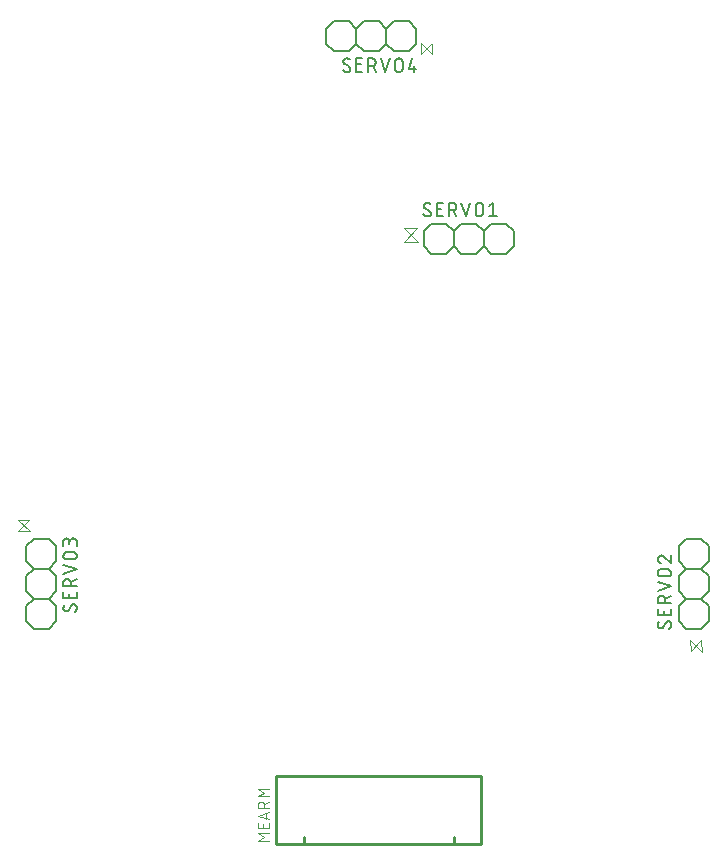
<source format=gbr>
G04 EAGLE Gerber RS-274X export*
G75*
%MOMM*%
%FSLAX34Y34*%
%LPD*%
%INSilkscreen Top*%
%IPPOS*%
%AMOC8*
5,1,8,0,0,1.08239X$1,22.5*%
G01*
%ADD10C,0.101600*%
%ADD11C,0.254000*%
%ADD12C,0.152400*%
%ADD13C,0.127000*%


D10*
X375666Y711454D02*
X366522Y702310D01*
X366522Y711454D01*
X375412Y702056D01*
X375666Y711200D01*
X25146Y307848D02*
X35052Y298196D01*
X24892Y298450D01*
X34544Y307594D01*
X25654Y307594D01*
X352044Y554990D02*
X363220Y543560D01*
X352044Y543560D01*
X362966Y554736D01*
X352298Y554990D01*
X602488Y205740D02*
X594360Y196596D01*
X594106Y206248D01*
X603758Y196342D01*
X603250Y206502D01*
D11*
X417200Y91075D02*
X417200Y33575D01*
X417200Y91075D02*
X243200Y91075D01*
X243200Y33575D01*
X417200Y33575D01*
X267200Y34150D02*
X267200Y39150D01*
X394200Y39150D02*
X394200Y34150D01*
D10*
X237142Y36258D02*
X227998Y36258D01*
X233078Y39306D01*
X227998Y42354D01*
X237142Y42354D01*
X237142Y47149D02*
X237142Y51213D01*
X237142Y47149D02*
X227998Y47149D01*
X227998Y51213D01*
X232062Y50197D02*
X232062Y47149D01*
X237142Y54241D02*
X227998Y57289D01*
X237142Y60337D01*
X234856Y59575D02*
X234856Y55003D01*
X237142Y64264D02*
X227998Y64264D01*
X227998Y66804D01*
X228000Y66904D01*
X228006Y67003D01*
X228016Y67103D01*
X228029Y67201D01*
X228047Y67300D01*
X228068Y67397D01*
X228093Y67493D01*
X228122Y67589D01*
X228155Y67683D01*
X228191Y67776D01*
X228231Y67867D01*
X228275Y67957D01*
X228322Y68045D01*
X228372Y68131D01*
X228426Y68215D01*
X228483Y68297D01*
X228543Y68376D01*
X228607Y68454D01*
X228673Y68528D01*
X228742Y68600D01*
X228814Y68669D01*
X228888Y68735D01*
X228966Y68799D01*
X229045Y68859D01*
X229127Y68916D01*
X229211Y68970D01*
X229297Y69020D01*
X229385Y69067D01*
X229475Y69111D01*
X229566Y69151D01*
X229659Y69187D01*
X229753Y69220D01*
X229849Y69249D01*
X229945Y69274D01*
X230042Y69295D01*
X230141Y69313D01*
X230239Y69326D01*
X230339Y69336D01*
X230438Y69342D01*
X230538Y69344D01*
X230638Y69342D01*
X230737Y69336D01*
X230837Y69326D01*
X230935Y69313D01*
X231034Y69295D01*
X231131Y69274D01*
X231227Y69249D01*
X231323Y69220D01*
X231417Y69187D01*
X231510Y69151D01*
X231601Y69111D01*
X231691Y69067D01*
X231779Y69020D01*
X231865Y68970D01*
X231949Y68916D01*
X232031Y68859D01*
X232110Y68799D01*
X232188Y68735D01*
X232262Y68669D01*
X232334Y68600D01*
X232403Y68528D01*
X232469Y68454D01*
X232533Y68376D01*
X232593Y68297D01*
X232650Y68215D01*
X232704Y68131D01*
X232754Y68045D01*
X232801Y67957D01*
X232845Y67867D01*
X232885Y67776D01*
X232921Y67683D01*
X232954Y67589D01*
X232983Y67493D01*
X233008Y67397D01*
X233029Y67300D01*
X233047Y67201D01*
X233060Y67103D01*
X233070Y67003D01*
X233076Y66904D01*
X233078Y66804D01*
X233078Y64264D01*
X233078Y67312D02*
X237142Y69344D01*
X237142Y73748D02*
X227998Y73748D01*
X233078Y76796D01*
X227998Y79844D01*
X237142Y79844D01*
D12*
X374650Y558800D02*
X387350Y558800D01*
X393700Y552450D01*
X393700Y539750D01*
X387350Y533400D01*
X393700Y552450D02*
X400050Y558800D01*
X412750Y558800D01*
X419100Y552450D01*
X419100Y539750D01*
X412750Y533400D01*
X400050Y533400D01*
X393700Y539750D01*
X368300Y539750D02*
X368300Y552450D01*
X374650Y558800D01*
X368300Y539750D02*
X374650Y533400D01*
X387350Y533400D01*
X419100Y552450D02*
X425450Y558800D01*
X438150Y558800D01*
X444500Y552450D01*
X444500Y539750D01*
X438150Y533400D01*
X425450Y533400D01*
X419100Y539750D01*
D13*
X374523Y567563D02*
X374521Y567463D01*
X374515Y567364D01*
X374505Y567264D01*
X374492Y567166D01*
X374474Y567067D01*
X374453Y566970D01*
X374428Y566874D01*
X374399Y566778D01*
X374366Y566684D01*
X374330Y566591D01*
X374290Y566500D01*
X374246Y566410D01*
X374199Y566322D01*
X374149Y566236D01*
X374095Y566152D01*
X374038Y566070D01*
X373978Y565991D01*
X373914Y565913D01*
X373848Y565839D01*
X373779Y565767D01*
X373707Y565698D01*
X373633Y565632D01*
X373555Y565568D01*
X373476Y565508D01*
X373394Y565451D01*
X373310Y565397D01*
X373224Y565347D01*
X373136Y565300D01*
X373046Y565256D01*
X372955Y565216D01*
X372862Y565180D01*
X372768Y565147D01*
X372672Y565118D01*
X372576Y565093D01*
X372479Y565072D01*
X372380Y565054D01*
X372282Y565041D01*
X372182Y565031D01*
X372083Y565025D01*
X371983Y565023D01*
X371842Y565025D01*
X371701Y565030D01*
X371560Y565040D01*
X371419Y565053D01*
X371279Y565069D01*
X371139Y565090D01*
X371000Y565114D01*
X370861Y565142D01*
X370724Y565173D01*
X370587Y565208D01*
X370451Y565246D01*
X370316Y565288D01*
X370183Y565334D01*
X370050Y565383D01*
X369919Y565436D01*
X369790Y565492D01*
X369661Y565551D01*
X369535Y565614D01*
X369410Y565680D01*
X369287Y565749D01*
X369166Y565822D01*
X369047Y565898D01*
X368929Y565977D01*
X368814Y566058D01*
X368702Y566143D01*
X368591Y566231D01*
X368483Y566322D01*
X368377Y566415D01*
X368274Y566512D01*
X368173Y566611D01*
X368491Y573913D02*
X368493Y574013D01*
X368499Y574112D01*
X368509Y574212D01*
X368522Y574310D01*
X368540Y574409D01*
X368561Y574506D01*
X368586Y574602D01*
X368615Y574698D01*
X368648Y574792D01*
X368684Y574885D01*
X368724Y574976D01*
X368768Y575066D01*
X368815Y575154D01*
X368865Y575240D01*
X368919Y575324D01*
X368976Y575406D01*
X369036Y575485D01*
X369100Y575563D01*
X369166Y575637D01*
X369235Y575709D01*
X369307Y575778D01*
X369381Y575844D01*
X369459Y575908D01*
X369538Y575968D01*
X369620Y576025D01*
X369704Y576079D01*
X369790Y576129D01*
X369878Y576176D01*
X369968Y576220D01*
X370059Y576260D01*
X370152Y576296D01*
X370246Y576329D01*
X370342Y576358D01*
X370438Y576383D01*
X370535Y576404D01*
X370634Y576422D01*
X370732Y576435D01*
X370832Y576445D01*
X370931Y576451D01*
X371031Y576453D01*
X371031Y576454D02*
X371164Y576452D01*
X371297Y576447D01*
X371430Y576437D01*
X371563Y576424D01*
X371695Y576407D01*
X371827Y576387D01*
X371958Y576363D01*
X372088Y576335D01*
X372218Y576304D01*
X372346Y576269D01*
X372474Y576230D01*
X372600Y576188D01*
X372725Y576142D01*
X372849Y576093D01*
X372972Y576041D01*
X373093Y575985D01*
X373212Y575925D01*
X373330Y575863D01*
X373445Y575797D01*
X373559Y575728D01*
X373671Y575655D01*
X373781Y575580D01*
X373889Y575501D01*
X369760Y571690D02*
X369676Y571742D01*
X369593Y571797D01*
X369513Y571856D01*
X369435Y571917D01*
X369360Y571981D01*
X369287Y572049D01*
X369216Y572119D01*
X369149Y572191D01*
X369084Y572266D01*
X369022Y572344D01*
X368963Y572424D01*
X368907Y572506D01*
X368855Y572590D01*
X368806Y572676D01*
X368760Y572764D01*
X368717Y572854D01*
X368678Y572945D01*
X368643Y573038D01*
X368611Y573132D01*
X368583Y573227D01*
X368558Y573323D01*
X368538Y573420D01*
X368520Y573518D01*
X368507Y573616D01*
X368498Y573715D01*
X368492Y573814D01*
X368490Y573913D01*
X373253Y569786D02*
X373337Y569734D01*
X373420Y569679D01*
X373500Y569620D01*
X373578Y569559D01*
X373653Y569495D01*
X373726Y569427D01*
X373797Y569357D01*
X373864Y569285D01*
X373929Y569210D01*
X373991Y569132D01*
X374050Y569052D01*
X374106Y568970D01*
X374158Y568886D01*
X374207Y568800D01*
X374253Y568712D01*
X374296Y568622D01*
X374335Y568531D01*
X374370Y568438D01*
X374402Y568344D01*
X374430Y568249D01*
X374455Y568153D01*
X374475Y568056D01*
X374493Y567958D01*
X374506Y567860D01*
X374515Y567761D01*
X374521Y567662D01*
X374523Y567563D01*
X373253Y569786D02*
X369761Y571691D01*
X379628Y565023D02*
X384708Y565023D01*
X379628Y565023D02*
X379628Y576453D01*
X384708Y576453D01*
X383438Y571373D02*
X379628Y571373D01*
X389592Y576453D02*
X389592Y565023D01*
X389592Y576453D02*
X392767Y576453D01*
X392878Y576451D01*
X392988Y576445D01*
X393099Y576436D01*
X393209Y576422D01*
X393318Y576405D01*
X393427Y576384D01*
X393535Y576359D01*
X393642Y576330D01*
X393748Y576298D01*
X393853Y576262D01*
X393956Y576222D01*
X394058Y576179D01*
X394159Y576132D01*
X394258Y576081D01*
X394355Y576028D01*
X394449Y575971D01*
X394542Y575910D01*
X394633Y575847D01*
X394722Y575780D01*
X394808Y575710D01*
X394891Y575637D01*
X394973Y575562D01*
X395051Y575484D01*
X395126Y575402D01*
X395199Y575319D01*
X395269Y575233D01*
X395336Y575144D01*
X395399Y575053D01*
X395460Y574960D01*
X395517Y574865D01*
X395570Y574769D01*
X395621Y574670D01*
X395668Y574569D01*
X395711Y574467D01*
X395751Y574364D01*
X395787Y574259D01*
X395819Y574153D01*
X395848Y574046D01*
X395873Y573938D01*
X395894Y573829D01*
X395911Y573720D01*
X395925Y573610D01*
X395934Y573499D01*
X395940Y573389D01*
X395942Y573278D01*
X395940Y573167D01*
X395934Y573057D01*
X395925Y572946D01*
X395911Y572836D01*
X395894Y572727D01*
X395873Y572618D01*
X395848Y572510D01*
X395819Y572403D01*
X395787Y572297D01*
X395751Y572192D01*
X395711Y572089D01*
X395668Y571987D01*
X395621Y571886D01*
X395570Y571787D01*
X395517Y571691D01*
X395460Y571596D01*
X395399Y571503D01*
X395336Y571412D01*
X395269Y571323D01*
X395199Y571237D01*
X395126Y571154D01*
X395051Y571072D01*
X394973Y570994D01*
X394891Y570919D01*
X394808Y570846D01*
X394722Y570776D01*
X394633Y570709D01*
X394542Y570646D01*
X394449Y570585D01*
X394355Y570528D01*
X394258Y570475D01*
X394159Y570424D01*
X394058Y570377D01*
X393956Y570334D01*
X393853Y570294D01*
X393748Y570258D01*
X393642Y570226D01*
X393535Y570197D01*
X393427Y570172D01*
X393318Y570151D01*
X393209Y570134D01*
X393099Y570120D01*
X392988Y570111D01*
X392878Y570105D01*
X392767Y570103D01*
X389592Y570103D01*
X393402Y570103D02*
X395942Y565023D01*
X404114Y565023D02*
X400304Y576453D01*
X407924Y576453D02*
X404114Y565023D01*
X412369Y568198D02*
X412369Y573278D01*
X412371Y573389D01*
X412377Y573499D01*
X412386Y573610D01*
X412400Y573720D01*
X412417Y573829D01*
X412438Y573938D01*
X412463Y574046D01*
X412492Y574153D01*
X412524Y574259D01*
X412560Y574364D01*
X412600Y574467D01*
X412643Y574569D01*
X412690Y574670D01*
X412741Y574769D01*
X412794Y574866D01*
X412851Y574960D01*
X412912Y575053D01*
X412975Y575144D01*
X413042Y575233D01*
X413112Y575319D01*
X413185Y575402D01*
X413260Y575484D01*
X413338Y575562D01*
X413420Y575637D01*
X413503Y575710D01*
X413589Y575780D01*
X413678Y575847D01*
X413769Y575910D01*
X413862Y575971D01*
X413957Y576028D01*
X414053Y576081D01*
X414152Y576132D01*
X414253Y576179D01*
X414355Y576222D01*
X414458Y576262D01*
X414563Y576298D01*
X414669Y576330D01*
X414776Y576359D01*
X414884Y576384D01*
X414993Y576405D01*
X415102Y576422D01*
X415212Y576436D01*
X415323Y576445D01*
X415433Y576451D01*
X415544Y576453D01*
X415655Y576451D01*
X415765Y576445D01*
X415876Y576436D01*
X415986Y576422D01*
X416095Y576405D01*
X416204Y576384D01*
X416312Y576359D01*
X416419Y576330D01*
X416525Y576298D01*
X416630Y576262D01*
X416733Y576222D01*
X416835Y576179D01*
X416936Y576132D01*
X417035Y576081D01*
X417132Y576028D01*
X417226Y575971D01*
X417319Y575910D01*
X417410Y575847D01*
X417499Y575780D01*
X417585Y575710D01*
X417668Y575637D01*
X417750Y575562D01*
X417828Y575484D01*
X417903Y575402D01*
X417976Y575319D01*
X418046Y575233D01*
X418113Y575144D01*
X418176Y575053D01*
X418237Y574960D01*
X418294Y574866D01*
X418347Y574769D01*
X418398Y574670D01*
X418445Y574569D01*
X418488Y574467D01*
X418528Y574364D01*
X418564Y574259D01*
X418596Y574153D01*
X418625Y574046D01*
X418650Y573938D01*
X418671Y573829D01*
X418688Y573720D01*
X418702Y573610D01*
X418711Y573499D01*
X418717Y573389D01*
X418719Y573278D01*
X418719Y568198D01*
X418717Y568087D01*
X418711Y567977D01*
X418702Y567866D01*
X418688Y567756D01*
X418671Y567647D01*
X418650Y567538D01*
X418625Y567430D01*
X418596Y567323D01*
X418564Y567217D01*
X418528Y567112D01*
X418488Y567009D01*
X418445Y566907D01*
X418398Y566806D01*
X418347Y566707D01*
X418294Y566611D01*
X418237Y566516D01*
X418176Y566423D01*
X418113Y566332D01*
X418046Y566243D01*
X417976Y566157D01*
X417903Y566074D01*
X417828Y565992D01*
X417750Y565914D01*
X417668Y565839D01*
X417585Y565766D01*
X417499Y565696D01*
X417410Y565629D01*
X417319Y565566D01*
X417226Y565505D01*
X417131Y565448D01*
X417035Y565395D01*
X416936Y565344D01*
X416835Y565297D01*
X416733Y565254D01*
X416630Y565214D01*
X416525Y565178D01*
X416419Y565146D01*
X416312Y565117D01*
X416204Y565092D01*
X416095Y565071D01*
X415986Y565054D01*
X415876Y565040D01*
X415765Y565031D01*
X415655Y565025D01*
X415544Y565023D01*
X415433Y565025D01*
X415323Y565031D01*
X415212Y565040D01*
X415102Y565054D01*
X414993Y565071D01*
X414884Y565092D01*
X414776Y565117D01*
X414669Y565146D01*
X414563Y565178D01*
X414458Y565214D01*
X414355Y565254D01*
X414253Y565297D01*
X414152Y565344D01*
X414053Y565395D01*
X413957Y565448D01*
X413862Y565505D01*
X413769Y565566D01*
X413678Y565629D01*
X413589Y565696D01*
X413503Y565766D01*
X413420Y565839D01*
X413338Y565914D01*
X413260Y565992D01*
X413185Y566074D01*
X413112Y566157D01*
X413042Y566243D01*
X412975Y566332D01*
X412912Y566423D01*
X412851Y566516D01*
X412794Y566611D01*
X412741Y566707D01*
X412690Y566806D01*
X412643Y566907D01*
X412600Y567009D01*
X412560Y567112D01*
X412524Y567217D01*
X412492Y567323D01*
X412463Y567430D01*
X412438Y567538D01*
X412417Y567647D01*
X412400Y567756D01*
X412386Y567866D01*
X412377Y567977D01*
X412371Y568087D01*
X412369Y568198D01*
X423799Y573913D02*
X426974Y576453D01*
X426974Y565023D01*
X423799Y565023D02*
X430149Y565023D01*
D12*
X584200Y234950D02*
X584200Y222250D01*
X584200Y234950D02*
X590550Y241300D01*
X603250Y241300D01*
X609600Y234950D01*
X590550Y241300D02*
X584200Y247650D01*
X584200Y260350D01*
X590550Y266700D01*
X603250Y266700D01*
X609600Y260350D01*
X609600Y247650D01*
X603250Y241300D01*
X603250Y215900D02*
X590550Y215900D01*
X584200Y222250D01*
X603250Y215900D02*
X609600Y222250D01*
X609600Y234950D01*
X590550Y266700D02*
X584200Y273050D01*
X584200Y285750D01*
X590550Y292100D01*
X603250Y292100D01*
X609600Y285750D01*
X609600Y273050D01*
X603250Y266700D01*
D13*
X575437Y222123D02*
X575537Y222121D01*
X575636Y222115D01*
X575736Y222105D01*
X575834Y222092D01*
X575933Y222074D01*
X576030Y222053D01*
X576126Y222028D01*
X576222Y221999D01*
X576316Y221966D01*
X576409Y221930D01*
X576500Y221890D01*
X576590Y221846D01*
X576678Y221799D01*
X576764Y221749D01*
X576848Y221695D01*
X576930Y221638D01*
X577009Y221578D01*
X577087Y221514D01*
X577161Y221448D01*
X577233Y221379D01*
X577302Y221307D01*
X577368Y221233D01*
X577432Y221155D01*
X577492Y221076D01*
X577549Y220994D01*
X577603Y220910D01*
X577653Y220824D01*
X577700Y220736D01*
X577744Y220646D01*
X577784Y220555D01*
X577820Y220462D01*
X577853Y220368D01*
X577882Y220272D01*
X577907Y220176D01*
X577928Y220079D01*
X577946Y219980D01*
X577959Y219882D01*
X577969Y219782D01*
X577975Y219683D01*
X577977Y219583D01*
X577975Y219442D01*
X577970Y219301D01*
X577960Y219160D01*
X577947Y219019D01*
X577931Y218879D01*
X577910Y218739D01*
X577886Y218600D01*
X577858Y218461D01*
X577827Y218324D01*
X577792Y218187D01*
X577754Y218051D01*
X577712Y217916D01*
X577666Y217783D01*
X577617Y217650D01*
X577564Y217519D01*
X577508Y217390D01*
X577449Y217261D01*
X577386Y217135D01*
X577320Y217010D01*
X577251Y216887D01*
X577178Y216766D01*
X577102Y216647D01*
X577023Y216529D01*
X576942Y216414D01*
X576857Y216302D01*
X576769Y216191D01*
X576678Y216083D01*
X576585Y215977D01*
X576488Y215874D01*
X576389Y215773D01*
X569087Y216091D02*
X568987Y216093D01*
X568888Y216099D01*
X568788Y216109D01*
X568690Y216122D01*
X568591Y216140D01*
X568494Y216161D01*
X568398Y216186D01*
X568302Y216215D01*
X568208Y216248D01*
X568115Y216284D01*
X568024Y216324D01*
X567934Y216368D01*
X567846Y216415D01*
X567760Y216465D01*
X567676Y216519D01*
X567594Y216576D01*
X567515Y216636D01*
X567437Y216700D01*
X567363Y216766D01*
X567291Y216835D01*
X567222Y216907D01*
X567156Y216981D01*
X567092Y217059D01*
X567032Y217138D01*
X566975Y217220D01*
X566921Y217304D01*
X566871Y217390D01*
X566824Y217478D01*
X566780Y217568D01*
X566740Y217659D01*
X566704Y217752D01*
X566671Y217846D01*
X566642Y217942D01*
X566617Y218038D01*
X566596Y218135D01*
X566578Y218234D01*
X566565Y218332D01*
X566555Y218432D01*
X566549Y218531D01*
X566547Y218631D01*
X566549Y218764D01*
X566554Y218897D01*
X566564Y219030D01*
X566577Y219163D01*
X566594Y219295D01*
X566614Y219427D01*
X566638Y219558D01*
X566666Y219688D01*
X566697Y219818D01*
X566732Y219946D01*
X566771Y220074D01*
X566813Y220200D01*
X566859Y220325D01*
X566908Y220449D01*
X566960Y220572D01*
X567016Y220693D01*
X567076Y220812D01*
X567138Y220930D01*
X567204Y221045D01*
X567273Y221159D01*
X567346Y221271D01*
X567421Y221381D01*
X567500Y221489D01*
X571310Y217360D02*
X571258Y217276D01*
X571203Y217193D01*
X571144Y217113D01*
X571083Y217035D01*
X571019Y216960D01*
X570951Y216887D01*
X570881Y216816D01*
X570809Y216749D01*
X570734Y216684D01*
X570656Y216622D01*
X570576Y216563D01*
X570494Y216507D01*
X570410Y216455D01*
X570324Y216406D01*
X570236Y216360D01*
X570146Y216317D01*
X570055Y216278D01*
X569962Y216243D01*
X569868Y216211D01*
X569773Y216183D01*
X569677Y216158D01*
X569580Y216138D01*
X569482Y216120D01*
X569384Y216107D01*
X569285Y216098D01*
X569186Y216092D01*
X569087Y216090D01*
X573214Y220853D02*
X573266Y220937D01*
X573321Y221020D01*
X573380Y221100D01*
X573441Y221178D01*
X573505Y221253D01*
X573573Y221326D01*
X573643Y221397D01*
X573715Y221464D01*
X573790Y221529D01*
X573868Y221591D01*
X573948Y221650D01*
X574030Y221706D01*
X574114Y221758D01*
X574200Y221807D01*
X574288Y221853D01*
X574378Y221896D01*
X574469Y221935D01*
X574562Y221970D01*
X574656Y222002D01*
X574751Y222030D01*
X574847Y222055D01*
X574944Y222075D01*
X575042Y222093D01*
X575140Y222106D01*
X575239Y222115D01*
X575338Y222121D01*
X575437Y222123D01*
X573215Y220853D02*
X571310Y217361D01*
X577977Y227228D02*
X577977Y232308D01*
X577977Y227228D02*
X566547Y227228D01*
X566547Y232308D01*
X571627Y231038D02*
X571627Y227228D01*
X566547Y237192D02*
X577977Y237192D01*
X566547Y237192D02*
X566547Y240367D01*
X566549Y240478D01*
X566555Y240588D01*
X566564Y240699D01*
X566578Y240809D01*
X566595Y240918D01*
X566616Y241027D01*
X566641Y241135D01*
X566670Y241242D01*
X566702Y241348D01*
X566738Y241453D01*
X566778Y241556D01*
X566821Y241658D01*
X566868Y241759D01*
X566919Y241858D01*
X566972Y241955D01*
X567029Y242049D01*
X567090Y242142D01*
X567153Y242233D01*
X567220Y242322D01*
X567290Y242408D01*
X567363Y242491D01*
X567438Y242573D01*
X567516Y242651D01*
X567598Y242726D01*
X567681Y242799D01*
X567767Y242869D01*
X567856Y242936D01*
X567947Y242999D01*
X568040Y243060D01*
X568135Y243117D01*
X568231Y243170D01*
X568330Y243221D01*
X568431Y243268D01*
X568533Y243311D01*
X568636Y243351D01*
X568741Y243387D01*
X568847Y243419D01*
X568954Y243448D01*
X569062Y243473D01*
X569171Y243494D01*
X569280Y243511D01*
X569390Y243525D01*
X569501Y243534D01*
X569611Y243540D01*
X569722Y243542D01*
X569833Y243540D01*
X569943Y243534D01*
X570054Y243525D01*
X570164Y243511D01*
X570273Y243494D01*
X570382Y243473D01*
X570490Y243448D01*
X570597Y243419D01*
X570703Y243387D01*
X570808Y243351D01*
X570911Y243311D01*
X571013Y243268D01*
X571114Y243221D01*
X571213Y243170D01*
X571310Y243117D01*
X571404Y243060D01*
X571497Y242999D01*
X571588Y242936D01*
X571677Y242869D01*
X571763Y242799D01*
X571846Y242726D01*
X571928Y242651D01*
X572006Y242573D01*
X572081Y242491D01*
X572154Y242408D01*
X572224Y242322D01*
X572291Y242233D01*
X572354Y242142D01*
X572415Y242049D01*
X572472Y241955D01*
X572525Y241858D01*
X572576Y241759D01*
X572623Y241658D01*
X572666Y241556D01*
X572706Y241453D01*
X572742Y241348D01*
X572774Y241242D01*
X572803Y241135D01*
X572828Y241027D01*
X572849Y240918D01*
X572866Y240809D01*
X572880Y240699D01*
X572889Y240588D01*
X572895Y240478D01*
X572897Y240367D01*
X572897Y237192D01*
X572897Y241002D02*
X577977Y243542D01*
X577977Y251714D02*
X566547Y247904D01*
X566547Y255524D02*
X577977Y251714D01*
X574802Y259969D02*
X569722Y259969D01*
X569611Y259971D01*
X569501Y259977D01*
X569390Y259986D01*
X569280Y260000D01*
X569171Y260017D01*
X569062Y260038D01*
X568954Y260063D01*
X568847Y260092D01*
X568741Y260124D01*
X568636Y260160D01*
X568533Y260200D01*
X568431Y260243D01*
X568330Y260290D01*
X568231Y260341D01*
X568135Y260394D01*
X568040Y260451D01*
X567947Y260512D01*
X567856Y260575D01*
X567767Y260642D01*
X567681Y260712D01*
X567598Y260785D01*
X567516Y260860D01*
X567438Y260938D01*
X567363Y261020D01*
X567290Y261103D01*
X567220Y261189D01*
X567153Y261278D01*
X567090Y261369D01*
X567029Y261462D01*
X566972Y261557D01*
X566919Y261653D01*
X566868Y261752D01*
X566821Y261853D01*
X566778Y261955D01*
X566738Y262058D01*
X566702Y262163D01*
X566670Y262269D01*
X566641Y262376D01*
X566616Y262484D01*
X566595Y262593D01*
X566578Y262702D01*
X566564Y262812D01*
X566555Y262923D01*
X566549Y263033D01*
X566547Y263144D01*
X566549Y263255D01*
X566555Y263365D01*
X566564Y263476D01*
X566578Y263586D01*
X566595Y263695D01*
X566616Y263804D01*
X566641Y263912D01*
X566670Y264019D01*
X566702Y264125D01*
X566738Y264230D01*
X566778Y264333D01*
X566821Y264435D01*
X566868Y264536D01*
X566919Y264635D01*
X566972Y264732D01*
X567029Y264826D01*
X567090Y264919D01*
X567153Y265010D01*
X567220Y265099D01*
X567290Y265185D01*
X567363Y265268D01*
X567438Y265350D01*
X567516Y265428D01*
X567598Y265503D01*
X567681Y265576D01*
X567767Y265646D01*
X567856Y265713D01*
X567947Y265776D01*
X568040Y265837D01*
X568135Y265894D01*
X568231Y265947D01*
X568330Y265998D01*
X568431Y266045D01*
X568533Y266088D01*
X568636Y266128D01*
X568741Y266164D01*
X568847Y266196D01*
X568954Y266225D01*
X569062Y266250D01*
X569171Y266271D01*
X569280Y266288D01*
X569390Y266302D01*
X569501Y266311D01*
X569611Y266317D01*
X569722Y266319D01*
X574802Y266319D01*
X574913Y266317D01*
X575023Y266311D01*
X575134Y266302D01*
X575244Y266288D01*
X575353Y266271D01*
X575462Y266250D01*
X575570Y266225D01*
X575677Y266196D01*
X575783Y266164D01*
X575888Y266128D01*
X575991Y266088D01*
X576093Y266045D01*
X576194Y265998D01*
X576293Y265947D01*
X576390Y265894D01*
X576484Y265837D01*
X576577Y265776D01*
X576668Y265713D01*
X576757Y265646D01*
X576843Y265576D01*
X576926Y265503D01*
X577008Y265428D01*
X577086Y265350D01*
X577161Y265268D01*
X577234Y265185D01*
X577304Y265099D01*
X577371Y265010D01*
X577434Y264919D01*
X577495Y264826D01*
X577552Y264731D01*
X577605Y264635D01*
X577656Y264536D01*
X577703Y264435D01*
X577746Y264333D01*
X577786Y264230D01*
X577822Y264125D01*
X577854Y264019D01*
X577883Y263912D01*
X577908Y263804D01*
X577929Y263695D01*
X577946Y263586D01*
X577960Y263476D01*
X577969Y263365D01*
X577975Y263255D01*
X577977Y263144D01*
X577975Y263033D01*
X577969Y262923D01*
X577960Y262812D01*
X577946Y262702D01*
X577929Y262593D01*
X577908Y262484D01*
X577883Y262376D01*
X577854Y262269D01*
X577822Y262163D01*
X577786Y262058D01*
X577746Y261955D01*
X577703Y261853D01*
X577656Y261752D01*
X577605Y261653D01*
X577552Y261556D01*
X577495Y261462D01*
X577434Y261369D01*
X577371Y261278D01*
X577304Y261189D01*
X577234Y261103D01*
X577161Y261020D01*
X577086Y260938D01*
X577008Y260860D01*
X576926Y260785D01*
X576843Y260712D01*
X576757Y260642D01*
X576668Y260575D01*
X576577Y260512D01*
X576484Y260451D01*
X576390Y260394D01*
X576293Y260341D01*
X576194Y260290D01*
X576093Y260243D01*
X575991Y260200D01*
X575888Y260160D01*
X575783Y260124D01*
X575677Y260092D01*
X575570Y260063D01*
X575462Y260038D01*
X575353Y260017D01*
X575244Y260000D01*
X575134Y259986D01*
X575023Y259977D01*
X574913Y259971D01*
X574802Y259969D01*
X566547Y274891D02*
X566549Y274995D01*
X566555Y275100D01*
X566564Y275204D01*
X566577Y275307D01*
X566595Y275410D01*
X566615Y275512D01*
X566640Y275614D01*
X566668Y275714D01*
X566700Y275814D01*
X566736Y275912D01*
X566775Y276009D01*
X566817Y276104D01*
X566863Y276198D01*
X566913Y276290D01*
X566965Y276380D01*
X567021Y276468D01*
X567081Y276554D01*
X567143Y276638D01*
X567208Y276719D01*
X567276Y276798D01*
X567348Y276875D01*
X567421Y276948D01*
X567498Y277020D01*
X567577Y277088D01*
X567658Y277153D01*
X567742Y277215D01*
X567828Y277275D01*
X567916Y277331D01*
X568006Y277383D01*
X568098Y277433D01*
X568192Y277479D01*
X568287Y277521D01*
X568384Y277560D01*
X568482Y277596D01*
X568582Y277628D01*
X568682Y277656D01*
X568784Y277681D01*
X568886Y277701D01*
X568989Y277719D01*
X569092Y277732D01*
X569196Y277741D01*
X569301Y277747D01*
X569405Y277749D01*
X566547Y274891D02*
X566549Y274773D01*
X566555Y274654D01*
X566564Y274536D01*
X566577Y274419D01*
X566595Y274302D01*
X566615Y274185D01*
X566640Y274069D01*
X566668Y273954D01*
X566701Y273841D01*
X566736Y273728D01*
X566776Y273616D01*
X566818Y273506D01*
X566865Y273397D01*
X566915Y273289D01*
X566968Y273184D01*
X567025Y273080D01*
X567085Y272978D01*
X567148Y272878D01*
X567215Y272780D01*
X567284Y272684D01*
X567357Y272591D01*
X567433Y272500D01*
X567511Y272411D01*
X567593Y272325D01*
X567677Y272242D01*
X567763Y272161D01*
X567853Y272084D01*
X567944Y272009D01*
X568038Y271937D01*
X568135Y271868D01*
X568233Y271803D01*
X568334Y271740D01*
X568437Y271681D01*
X568541Y271625D01*
X568647Y271573D01*
X568755Y271524D01*
X568864Y271479D01*
X568975Y271437D01*
X569087Y271399D01*
X571627Y276797D02*
X571552Y276873D01*
X571473Y276948D01*
X571392Y277019D01*
X571308Y277088D01*
X571222Y277153D01*
X571134Y277215D01*
X571044Y277275D01*
X570952Y277331D01*
X570857Y277384D01*
X570761Y277433D01*
X570663Y277479D01*
X570564Y277522D01*
X570463Y277561D01*
X570361Y277596D01*
X570258Y277628D01*
X570154Y277656D01*
X570049Y277681D01*
X569942Y277702D01*
X569836Y277719D01*
X569729Y277732D01*
X569621Y277741D01*
X569513Y277747D01*
X569405Y277749D01*
X571627Y276796D02*
X577977Y271399D01*
X577977Y277749D01*
D12*
X57150Y273050D02*
X57150Y285750D01*
X57150Y273050D02*
X50800Y266700D01*
X38100Y266700D01*
X31750Y273050D01*
X50800Y266700D02*
X57150Y260350D01*
X57150Y247650D01*
X50800Y241300D01*
X38100Y241300D01*
X31750Y247650D01*
X31750Y260350D01*
X38100Y266700D01*
X38100Y292100D02*
X50800Y292100D01*
X57150Y285750D01*
X38100Y292100D02*
X31750Y285750D01*
X31750Y273050D01*
X50800Y241300D02*
X57150Y234950D01*
X57150Y222250D01*
X50800Y215900D01*
X38100Y215900D01*
X31750Y222250D01*
X31750Y234950D01*
X38100Y241300D01*
D13*
X72263Y236601D02*
X72363Y236599D01*
X72462Y236593D01*
X72562Y236583D01*
X72660Y236570D01*
X72759Y236552D01*
X72856Y236531D01*
X72952Y236506D01*
X73048Y236477D01*
X73142Y236444D01*
X73235Y236408D01*
X73326Y236368D01*
X73416Y236324D01*
X73504Y236277D01*
X73590Y236227D01*
X73674Y236173D01*
X73756Y236116D01*
X73835Y236056D01*
X73913Y235992D01*
X73987Y235926D01*
X74059Y235857D01*
X74128Y235785D01*
X74194Y235711D01*
X74258Y235633D01*
X74318Y235554D01*
X74375Y235472D01*
X74429Y235388D01*
X74479Y235302D01*
X74526Y235214D01*
X74570Y235124D01*
X74610Y235033D01*
X74646Y234940D01*
X74679Y234846D01*
X74708Y234750D01*
X74733Y234654D01*
X74754Y234557D01*
X74772Y234458D01*
X74785Y234360D01*
X74795Y234260D01*
X74801Y234161D01*
X74803Y234061D01*
X74801Y233920D01*
X74796Y233779D01*
X74786Y233638D01*
X74773Y233497D01*
X74757Y233357D01*
X74736Y233217D01*
X74712Y233078D01*
X74684Y232939D01*
X74653Y232802D01*
X74618Y232665D01*
X74580Y232529D01*
X74538Y232394D01*
X74492Y232261D01*
X74443Y232128D01*
X74390Y231997D01*
X74334Y231868D01*
X74275Y231739D01*
X74212Y231613D01*
X74146Y231488D01*
X74077Y231365D01*
X74004Y231244D01*
X73928Y231125D01*
X73849Y231007D01*
X73768Y230892D01*
X73683Y230780D01*
X73595Y230669D01*
X73504Y230561D01*
X73411Y230455D01*
X73314Y230352D01*
X73215Y230251D01*
X65913Y230569D02*
X65813Y230571D01*
X65714Y230577D01*
X65614Y230587D01*
X65516Y230600D01*
X65417Y230618D01*
X65320Y230639D01*
X65224Y230664D01*
X65128Y230693D01*
X65034Y230726D01*
X64941Y230762D01*
X64850Y230802D01*
X64760Y230846D01*
X64672Y230893D01*
X64586Y230943D01*
X64502Y230997D01*
X64420Y231054D01*
X64341Y231114D01*
X64263Y231178D01*
X64189Y231244D01*
X64117Y231313D01*
X64048Y231385D01*
X63982Y231459D01*
X63918Y231537D01*
X63858Y231616D01*
X63801Y231698D01*
X63747Y231782D01*
X63697Y231868D01*
X63650Y231956D01*
X63606Y232046D01*
X63566Y232137D01*
X63530Y232230D01*
X63497Y232324D01*
X63468Y232420D01*
X63443Y232516D01*
X63422Y232613D01*
X63404Y232712D01*
X63391Y232810D01*
X63381Y232910D01*
X63375Y233009D01*
X63373Y233109D01*
X63375Y233242D01*
X63380Y233375D01*
X63390Y233508D01*
X63403Y233641D01*
X63420Y233773D01*
X63440Y233905D01*
X63464Y234036D01*
X63492Y234166D01*
X63523Y234296D01*
X63558Y234424D01*
X63597Y234552D01*
X63639Y234678D01*
X63685Y234803D01*
X63734Y234927D01*
X63786Y235050D01*
X63842Y235171D01*
X63902Y235290D01*
X63964Y235408D01*
X64030Y235523D01*
X64099Y235637D01*
X64172Y235749D01*
X64247Y235859D01*
X64326Y235967D01*
X68136Y231838D02*
X68084Y231754D01*
X68029Y231671D01*
X67970Y231591D01*
X67909Y231513D01*
X67845Y231438D01*
X67777Y231365D01*
X67707Y231294D01*
X67635Y231227D01*
X67560Y231162D01*
X67482Y231100D01*
X67402Y231041D01*
X67320Y230985D01*
X67236Y230933D01*
X67150Y230884D01*
X67062Y230838D01*
X66972Y230795D01*
X66881Y230756D01*
X66788Y230721D01*
X66694Y230689D01*
X66599Y230661D01*
X66503Y230636D01*
X66406Y230616D01*
X66308Y230598D01*
X66210Y230585D01*
X66111Y230576D01*
X66012Y230570D01*
X65913Y230568D01*
X70040Y235331D02*
X70092Y235415D01*
X70147Y235498D01*
X70206Y235578D01*
X70267Y235656D01*
X70331Y235731D01*
X70399Y235804D01*
X70469Y235875D01*
X70541Y235942D01*
X70616Y236007D01*
X70694Y236069D01*
X70774Y236128D01*
X70856Y236184D01*
X70940Y236236D01*
X71026Y236285D01*
X71114Y236331D01*
X71204Y236374D01*
X71295Y236413D01*
X71388Y236448D01*
X71482Y236480D01*
X71577Y236508D01*
X71673Y236533D01*
X71770Y236553D01*
X71868Y236571D01*
X71966Y236584D01*
X72065Y236593D01*
X72164Y236599D01*
X72263Y236601D01*
X70041Y235331D02*
X68136Y231839D01*
X74803Y241706D02*
X74803Y246786D01*
X74803Y241706D02*
X63373Y241706D01*
X63373Y246786D01*
X68453Y245516D02*
X68453Y241706D01*
X63373Y251670D02*
X74803Y251670D01*
X63373Y251670D02*
X63373Y254845D01*
X63375Y254956D01*
X63381Y255066D01*
X63390Y255177D01*
X63404Y255287D01*
X63421Y255396D01*
X63442Y255505D01*
X63467Y255613D01*
X63496Y255720D01*
X63528Y255826D01*
X63564Y255931D01*
X63604Y256034D01*
X63647Y256136D01*
X63694Y256237D01*
X63745Y256336D01*
X63798Y256433D01*
X63855Y256527D01*
X63916Y256620D01*
X63979Y256711D01*
X64046Y256800D01*
X64116Y256886D01*
X64189Y256969D01*
X64264Y257051D01*
X64342Y257129D01*
X64424Y257204D01*
X64507Y257277D01*
X64593Y257347D01*
X64682Y257414D01*
X64773Y257477D01*
X64866Y257538D01*
X64960Y257595D01*
X65057Y257648D01*
X65156Y257699D01*
X65257Y257746D01*
X65359Y257789D01*
X65462Y257829D01*
X65567Y257865D01*
X65673Y257897D01*
X65780Y257926D01*
X65888Y257951D01*
X65997Y257972D01*
X66106Y257989D01*
X66216Y258003D01*
X66327Y258012D01*
X66437Y258018D01*
X66548Y258020D01*
X66659Y258018D01*
X66769Y258012D01*
X66880Y258003D01*
X66990Y257989D01*
X67099Y257972D01*
X67208Y257951D01*
X67316Y257926D01*
X67423Y257897D01*
X67529Y257865D01*
X67634Y257829D01*
X67737Y257789D01*
X67839Y257746D01*
X67940Y257699D01*
X68039Y257648D01*
X68136Y257595D01*
X68230Y257538D01*
X68323Y257477D01*
X68414Y257414D01*
X68503Y257347D01*
X68589Y257277D01*
X68672Y257204D01*
X68754Y257129D01*
X68832Y257051D01*
X68907Y256969D01*
X68980Y256886D01*
X69050Y256800D01*
X69117Y256711D01*
X69180Y256620D01*
X69241Y256527D01*
X69298Y256433D01*
X69351Y256336D01*
X69402Y256237D01*
X69449Y256136D01*
X69492Y256034D01*
X69532Y255931D01*
X69568Y255826D01*
X69600Y255720D01*
X69629Y255613D01*
X69654Y255505D01*
X69675Y255396D01*
X69692Y255287D01*
X69706Y255177D01*
X69715Y255066D01*
X69721Y254956D01*
X69723Y254845D01*
X69723Y251670D01*
X69723Y255480D02*
X74803Y258020D01*
X74803Y266192D02*
X63373Y262382D01*
X63373Y270002D02*
X74803Y266192D01*
X71628Y274447D02*
X66548Y274447D01*
X66437Y274449D01*
X66327Y274455D01*
X66216Y274464D01*
X66106Y274478D01*
X65997Y274495D01*
X65888Y274516D01*
X65780Y274541D01*
X65673Y274570D01*
X65567Y274602D01*
X65462Y274638D01*
X65359Y274678D01*
X65257Y274721D01*
X65156Y274768D01*
X65057Y274819D01*
X64961Y274872D01*
X64866Y274929D01*
X64773Y274990D01*
X64682Y275053D01*
X64593Y275120D01*
X64507Y275190D01*
X64424Y275263D01*
X64342Y275338D01*
X64264Y275416D01*
X64189Y275498D01*
X64116Y275581D01*
X64046Y275667D01*
X63979Y275756D01*
X63916Y275847D01*
X63855Y275940D01*
X63798Y276035D01*
X63745Y276131D01*
X63694Y276230D01*
X63647Y276331D01*
X63604Y276433D01*
X63564Y276536D01*
X63528Y276641D01*
X63496Y276747D01*
X63467Y276854D01*
X63442Y276962D01*
X63421Y277071D01*
X63404Y277180D01*
X63390Y277290D01*
X63381Y277401D01*
X63375Y277511D01*
X63373Y277622D01*
X63375Y277733D01*
X63381Y277843D01*
X63390Y277954D01*
X63404Y278064D01*
X63421Y278173D01*
X63442Y278282D01*
X63467Y278390D01*
X63496Y278497D01*
X63528Y278603D01*
X63564Y278708D01*
X63604Y278811D01*
X63647Y278913D01*
X63694Y279014D01*
X63745Y279113D01*
X63798Y279210D01*
X63855Y279304D01*
X63916Y279397D01*
X63979Y279488D01*
X64046Y279577D01*
X64116Y279663D01*
X64189Y279746D01*
X64264Y279828D01*
X64342Y279906D01*
X64424Y279981D01*
X64507Y280054D01*
X64593Y280124D01*
X64682Y280191D01*
X64773Y280254D01*
X64866Y280315D01*
X64961Y280372D01*
X65057Y280425D01*
X65156Y280476D01*
X65257Y280523D01*
X65359Y280566D01*
X65462Y280606D01*
X65567Y280642D01*
X65673Y280674D01*
X65780Y280703D01*
X65888Y280728D01*
X65997Y280749D01*
X66106Y280766D01*
X66216Y280780D01*
X66327Y280789D01*
X66437Y280795D01*
X66548Y280797D01*
X71628Y280797D01*
X71739Y280795D01*
X71849Y280789D01*
X71960Y280780D01*
X72070Y280766D01*
X72179Y280749D01*
X72288Y280728D01*
X72396Y280703D01*
X72503Y280674D01*
X72609Y280642D01*
X72714Y280606D01*
X72817Y280566D01*
X72919Y280523D01*
X73020Y280476D01*
X73119Y280425D01*
X73216Y280372D01*
X73310Y280315D01*
X73403Y280254D01*
X73494Y280191D01*
X73583Y280124D01*
X73669Y280054D01*
X73752Y279981D01*
X73834Y279906D01*
X73912Y279828D01*
X73987Y279746D01*
X74060Y279663D01*
X74130Y279577D01*
X74197Y279488D01*
X74260Y279397D01*
X74321Y279304D01*
X74378Y279209D01*
X74431Y279113D01*
X74482Y279014D01*
X74529Y278913D01*
X74572Y278811D01*
X74612Y278708D01*
X74648Y278603D01*
X74680Y278497D01*
X74709Y278390D01*
X74734Y278282D01*
X74755Y278173D01*
X74772Y278064D01*
X74786Y277954D01*
X74795Y277843D01*
X74801Y277733D01*
X74803Y277622D01*
X74801Y277511D01*
X74795Y277401D01*
X74786Y277290D01*
X74772Y277180D01*
X74755Y277071D01*
X74734Y276962D01*
X74709Y276854D01*
X74680Y276747D01*
X74648Y276641D01*
X74612Y276536D01*
X74572Y276433D01*
X74529Y276331D01*
X74482Y276230D01*
X74431Y276131D01*
X74378Y276034D01*
X74321Y275940D01*
X74260Y275847D01*
X74197Y275756D01*
X74130Y275667D01*
X74060Y275581D01*
X73987Y275498D01*
X73912Y275416D01*
X73834Y275338D01*
X73752Y275263D01*
X73669Y275190D01*
X73583Y275120D01*
X73494Y275053D01*
X73403Y274990D01*
X73310Y274929D01*
X73215Y274872D01*
X73119Y274819D01*
X73020Y274768D01*
X72919Y274721D01*
X72817Y274678D01*
X72714Y274638D01*
X72609Y274602D01*
X72503Y274570D01*
X72396Y274541D01*
X72288Y274516D01*
X72179Y274495D01*
X72070Y274478D01*
X71960Y274464D01*
X71849Y274455D01*
X71739Y274449D01*
X71628Y274447D01*
X74803Y285877D02*
X74803Y289052D01*
X74801Y289163D01*
X74795Y289273D01*
X74786Y289384D01*
X74772Y289494D01*
X74755Y289603D01*
X74734Y289712D01*
X74709Y289820D01*
X74680Y289927D01*
X74648Y290033D01*
X74612Y290138D01*
X74572Y290241D01*
X74529Y290343D01*
X74482Y290444D01*
X74431Y290543D01*
X74378Y290640D01*
X74321Y290734D01*
X74260Y290827D01*
X74197Y290918D01*
X74130Y291007D01*
X74060Y291093D01*
X73987Y291176D01*
X73912Y291258D01*
X73834Y291336D01*
X73752Y291411D01*
X73669Y291484D01*
X73583Y291554D01*
X73494Y291621D01*
X73403Y291684D01*
X73310Y291745D01*
X73216Y291802D01*
X73119Y291855D01*
X73020Y291906D01*
X72919Y291953D01*
X72817Y291996D01*
X72714Y292036D01*
X72609Y292072D01*
X72503Y292104D01*
X72396Y292133D01*
X72288Y292158D01*
X72179Y292179D01*
X72070Y292196D01*
X71960Y292210D01*
X71849Y292219D01*
X71739Y292225D01*
X71628Y292227D01*
X71517Y292225D01*
X71407Y292219D01*
X71296Y292210D01*
X71186Y292196D01*
X71077Y292179D01*
X70968Y292158D01*
X70860Y292133D01*
X70753Y292104D01*
X70647Y292072D01*
X70542Y292036D01*
X70439Y291996D01*
X70337Y291953D01*
X70236Y291906D01*
X70137Y291855D01*
X70041Y291802D01*
X69946Y291745D01*
X69853Y291684D01*
X69762Y291621D01*
X69673Y291554D01*
X69587Y291484D01*
X69504Y291411D01*
X69422Y291336D01*
X69344Y291258D01*
X69269Y291176D01*
X69196Y291093D01*
X69126Y291007D01*
X69059Y290918D01*
X68996Y290827D01*
X68935Y290734D01*
X68878Y290640D01*
X68825Y290543D01*
X68774Y290444D01*
X68727Y290343D01*
X68684Y290241D01*
X68644Y290138D01*
X68608Y290033D01*
X68576Y289927D01*
X68547Y289820D01*
X68522Y289712D01*
X68501Y289603D01*
X68484Y289494D01*
X68470Y289384D01*
X68461Y289273D01*
X68455Y289163D01*
X68453Y289052D01*
X63373Y289687D02*
X63373Y285877D01*
X63373Y289687D02*
X63375Y289787D01*
X63381Y289886D01*
X63391Y289986D01*
X63404Y290084D01*
X63422Y290183D01*
X63443Y290280D01*
X63468Y290376D01*
X63497Y290472D01*
X63530Y290566D01*
X63566Y290659D01*
X63606Y290750D01*
X63650Y290840D01*
X63697Y290928D01*
X63747Y291014D01*
X63801Y291098D01*
X63858Y291180D01*
X63918Y291259D01*
X63982Y291337D01*
X64048Y291411D01*
X64117Y291483D01*
X64189Y291552D01*
X64263Y291618D01*
X64341Y291682D01*
X64420Y291742D01*
X64502Y291799D01*
X64586Y291853D01*
X64672Y291903D01*
X64760Y291950D01*
X64850Y291994D01*
X64941Y292034D01*
X65034Y292070D01*
X65128Y292103D01*
X65224Y292132D01*
X65320Y292157D01*
X65417Y292178D01*
X65516Y292196D01*
X65614Y292209D01*
X65714Y292219D01*
X65813Y292225D01*
X65913Y292227D01*
X66013Y292225D01*
X66112Y292219D01*
X66212Y292209D01*
X66310Y292196D01*
X66409Y292178D01*
X66506Y292157D01*
X66602Y292132D01*
X66698Y292103D01*
X66792Y292070D01*
X66885Y292034D01*
X66976Y291994D01*
X67066Y291950D01*
X67154Y291903D01*
X67240Y291853D01*
X67324Y291799D01*
X67406Y291742D01*
X67485Y291682D01*
X67563Y291618D01*
X67637Y291552D01*
X67709Y291483D01*
X67778Y291411D01*
X67844Y291337D01*
X67908Y291259D01*
X67968Y291180D01*
X68025Y291098D01*
X68079Y291014D01*
X68129Y290928D01*
X68176Y290840D01*
X68220Y290750D01*
X68260Y290659D01*
X68296Y290566D01*
X68329Y290472D01*
X68358Y290376D01*
X68383Y290280D01*
X68404Y290183D01*
X68422Y290084D01*
X68435Y289986D01*
X68445Y289886D01*
X68451Y289787D01*
X68453Y289687D01*
X68453Y287147D01*
D12*
X342900Y704850D02*
X355600Y704850D01*
X342900Y704850D02*
X336550Y711200D01*
X336550Y723900D01*
X342900Y730250D01*
X336550Y711200D02*
X330200Y704850D01*
X317500Y704850D01*
X311150Y711200D01*
X311150Y723900D01*
X317500Y730250D01*
X330200Y730250D01*
X336550Y723900D01*
X361950Y723900D02*
X361950Y711200D01*
X355600Y704850D01*
X361950Y723900D02*
X355600Y730250D01*
X342900Y730250D01*
X311150Y711200D02*
X304800Y704850D01*
X292100Y704850D01*
X285750Y711200D01*
X285750Y723900D01*
X292100Y730250D01*
X304800Y730250D01*
X311150Y723900D01*
D13*
X306451Y689737D02*
X306449Y689637D01*
X306443Y689538D01*
X306433Y689438D01*
X306420Y689340D01*
X306402Y689241D01*
X306381Y689144D01*
X306356Y689048D01*
X306327Y688952D01*
X306294Y688858D01*
X306258Y688765D01*
X306218Y688674D01*
X306174Y688584D01*
X306127Y688496D01*
X306077Y688410D01*
X306023Y688326D01*
X305966Y688244D01*
X305906Y688165D01*
X305842Y688087D01*
X305776Y688013D01*
X305707Y687941D01*
X305635Y687872D01*
X305561Y687806D01*
X305483Y687742D01*
X305404Y687682D01*
X305322Y687625D01*
X305238Y687571D01*
X305152Y687521D01*
X305064Y687474D01*
X304974Y687430D01*
X304883Y687390D01*
X304790Y687354D01*
X304696Y687321D01*
X304600Y687292D01*
X304504Y687267D01*
X304407Y687246D01*
X304308Y687228D01*
X304210Y687215D01*
X304110Y687205D01*
X304011Y687199D01*
X303911Y687197D01*
X303770Y687199D01*
X303629Y687204D01*
X303488Y687214D01*
X303347Y687227D01*
X303207Y687243D01*
X303067Y687264D01*
X302928Y687288D01*
X302789Y687316D01*
X302652Y687347D01*
X302515Y687382D01*
X302379Y687420D01*
X302244Y687462D01*
X302111Y687508D01*
X301978Y687557D01*
X301847Y687610D01*
X301718Y687666D01*
X301589Y687725D01*
X301463Y687788D01*
X301338Y687854D01*
X301215Y687923D01*
X301094Y687996D01*
X300975Y688072D01*
X300857Y688151D01*
X300742Y688232D01*
X300630Y688317D01*
X300519Y688405D01*
X300411Y688496D01*
X300305Y688589D01*
X300202Y688686D01*
X300101Y688785D01*
X300419Y696087D02*
X300421Y696187D01*
X300427Y696286D01*
X300437Y696386D01*
X300450Y696484D01*
X300468Y696583D01*
X300489Y696680D01*
X300514Y696776D01*
X300543Y696872D01*
X300576Y696966D01*
X300612Y697059D01*
X300652Y697150D01*
X300696Y697240D01*
X300743Y697328D01*
X300793Y697414D01*
X300847Y697498D01*
X300904Y697580D01*
X300964Y697659D01*
X301028Y697737D01*
X301094Y697811D01*
X301163Y697883D01*
X301235Y697952D01*
X301309Y698018D01*
X301387Y698082D01*
X301466Y698142D01*
X301548Y698199D01*
X301632Y698253D01*
X301718Y698303D01*
X301806Y698350D01*
X301896Y698394D01*
X301987Y698434D01*
X302080Y698470D01*
X302174Y698503D01*
X302270Y698532D01*
X302366Y698557D01*
X302463Y698578D01*
X302562Y698596D01*
X302660Y698609D01*
X302760Y698619D01*
X302859Y698625D01*
X302959Y698627D01*
X302959Y698628D02*
X303092Y698626D01*
X303225Y698621D01*
X303358Y698611D01*
X303491Y698598D01*
X303623Y698581D01*
X303755Y698561D01*
X303886Y698537D01*
X304016Y698509D01*
X304146Y698478D01*
X304274Y698443D01*
X304402Y698404D01*
X304528Y698362D01*
X304653Y698316D01*
X304777Y698267D01*
X304900Y698215D01*
X305021Y698159D01*
X305140Y698099D01*
X305258Y698037D01*
X305373Y697971D01*
X305487Y697902D01*
X305599Y697829D01*
X305709Y697754D01*
X305817Y697675D01*
X301688Y693864D02*
X301604Y693916D01*
X301521Y693971D01*
X301441Y694030D01*
X301363Y694091D01*
X301288Y694155D01*
X301215Y694223D01*
X301144Y694293D01*
X301077Y694365D01*
X301012Y694440D01*
X300950Y694518D01*
X300891Y694598D01*
X300835Y694680D01*
X300783Y694764D01*
X300734Y694850D01*
X300688Y694938D01*
X300645Y695028D01*
X300606Y695119D01*
X300571Y695212D01*
X300539Y695306D01*
X300511Y695401D01*
X300486Y695497D01*
X300466Y695594D01*
X300448Y695692D01*
X300435Y695790D01*
X300426Y695889D01*
X300420Y695988D01*
X300418Y696087D01*
X305181Y691960D02*
X305265Y691908D01*
X305348Y691853D01*
X305428Y691794D01*
X305506Y691733D01*
X305581Y691669D01*
X305654Y691601D01*
X305725Y691531D01*
X305792Y691459D01*
X305857Y691384D01*
X305919Y691306D01*
X305978Y691226D01*
X306034Y691144D01*
X306086Y691060D01*
X306135Y690974D01*
X306181Y690886D01*
X306224Y690796D01*
X306263Y690705D01*
X306298Y690612D01*
X306330Y690518D01*
X306358Y690423D01*
X306383Y690327D01*
X306403Y690230D01*
X306421Y690132D01*
X306434Y690034D01*
X306443Y689935D01*
X306449Y689836D01*
X306451Y689737D01*
X305181Y691960D02*
X301689Y693865D01*
X311556Y687197D02*
X316636Y687197D01*
X311556Y687197D02*
X311556Y698627D01*
X316636Y698627D01*
X315366Y693547D02*
X311556Y693547D01*
X321520Y698627D02*
X321520Y687197D01*
X321520Y698627D02*
X324695Y698627D01*
X324806Y698625D01*
X324916Y698619D01*
X325027Y698610D01*
X325137Y698596D01*
X325246Y698579D01*
X325355Y698558D01*
X325463Y698533D01*
X325570Y698504D01*
X325676Y698472D01*
X325781Y698436D01*
X325884Y698396D01*
X325986Y698353D01*
X326087Y698306D01*
X326186Y698255D01*
X326283Y698202D01*
X326377Y698145D01*
X326470Y698084D01*
X326561Y698021D01*
X326650Y697954D01*
X326736Y697884D01*
X326819Y697811D01*
X326901Y697736D01*
X326979Y697658D01*
X327054Y697576D01*
X327127Y697493D01*
X327197Y697407D01*
X327264Y697318D01*
X327327Y697227D01*
X327388Y697134D01*
X327445Y697039D01*
X327498Y696943D01*
X327549Y696844D01*
X327596Y696743D01*
X327639Y696641D01*
X327679Y696538D01*
X327715Y696433D01*
X327747Y696327D01*
X327776Y696220D01*
X327801Y696112D01*
X327822Y696003D01*
X327839Y695894D01*
X327853Y695784D01*
X327862Y695673D01*
X327868Y695563D01*
X327870Y695452D01*
X327868Y695341D01*
X327862Y695231D01*
X327853Y695120D01*
X327839Y695010D01*
X327822Y694901D01*
X327801Y694792D01*
X327776Y694684D01*
X327747Y694577D01*
X327715Y694471D01*
X327679Y694366D01*
X327639Y694263D01*
X327596Y694161D01*
X327549Y694060D01*
X327498Y693961D01*
X327445Y693865D01*
X327388Y693770D01*
X327327Y693677D01*
X327264Y693586D01*
X327197Y693497D01*
X327127Y693411D01*
X327054Y693328D01*
X326979Y693246D01*
X326901Y693168D01*
X326819Y693093D01*
X326736Y693020D01*
X326650Y692950D01*
X326561Y692883D01*
X326470Y692820D01*
X326377Y692759D01*
X326283Y692702D01*
X326186Y692649D01*
X326087Y692598D01*
X325986Y692551D01*
X325884Y692508D01*
X325781Y692468D01*
X325676Y692432D01*
X325570Y692400D01*
X325463Y692371D01*
X325355Y692346D01*
X325246Y692325D01*
X325137Y692308D01*
X325027Y692294D01*
X324916Y692285D01*
X324806Y692279D01*
X324695Y692277D01*
X321520Y692277D01*
X325330Y692277D02*
X327870Y687197D01*
X336042Y687197D02*
X332232Y698627D01*
X339852Y698627D02*
X336042Y687197D01*
X344297Y690372D02*
X344297Y695452D01*
X344299Y695563D01*
X344305Y695673D01*
X344314Y695784D01*
X344328Y695894D01*
X344345Y696003D01*
X344366Y696112D01*
X344391Y696220D01*
X344420Y696327D01*
X344452Y696433D01*
X344488Y696538D01*
X344528Y696641D01*
X344571Y696743D01*
X344618Y696844D01*
X344669Y696943D01*
X344722Y697040D01*
X344779Y697134D01*
X344840Y697227D01*
X344903Y697318D01*
X344970Y697407D01*
X345040Y697493D01*
X345113Y697576D01*
X345188Y697658D01*
X345266Y697736D01*
X345348Y697811D01*
X345431Y697884D01*
X345517Y697954D01*
X345606Y698021D01*
X345697Y698084D01*
X345790Y698145D01*
X345885Y698202D01*
X345981Y698255D01*
X346080Y698306D01*
X346181Y698353D01*
X346283Y698396D01*
X346386Y698436D01*
X346491Y698472D01*
X346597Y698504D01*
X346704Y698533D01*
X346812Y698558D01*
X346921Y698579D01*
X347030Y698596D01*
X347140Y698610D01*
X347251Y698619D01*
X347361Y698625D01*
X347472Y698627D01*
X347583Y698625D01*
X347693Y698619D01*
X347804Y698610D01*
X347914Y698596D01*
X348023Y698579D01*
X348132Y698558D01*
X348240Y698533D01*
X348347Y698504D01*
X348453Y698472D01*
X348558Y698436D01*
X348661Y698396D01*
X348763Y698353D01*
X348864Y698306D01*
X348963Y698255D01*
X349060Y698202D01*
X349154Y698145D01*
X349247Y698084D01*
X349338Y698021D01*
X349427Y697954D01*
X349513Y697884D01*
X349596Y697811D01*
X349678Y697736D01*
X349756Y697658D01*
X349831Y697576D01*
X349904Y697493D01*
X349974Y697407D01*
X350041Y697318D01*
X350104Y697227D01*
X350165Y697134D01*
X350222Y697040D01*
X350275Y696943D01*
X350326Y696844D01*
X350373Y696743D01*
X350416Y696641D01*
X350456Y696538D01*
X350492Y696433D01*
X350524Y696327D01*
X350553Y696220D01*
X350578Y696112D01*
X350599Y696003D01*
X350616Y695894D01*
X350630Y695784D01*
X350639Y695673D01*
X350645Y695563D01*
X350647Y695452D01*
X350647Y690372D01*
X350645Y690261D01*
X350639Y690151D01*
X350630Y690040D01*
X350616Y689930D01*
X350599Y689821D01*
X350578Y689712D01*
X350553Y689604D01*
X350524Y689497D01*
X350492Y689391D01*
X350456Y689286D01*
X350416Y689183D01*
X350373Y689081D01*
X350326Y688980D01*
X350275Y688881D01*
X350222Y688785D01*
X350165Y688690D01*
X350104Y688597D01*
X350041Y688506D01*
X349974Y688417D01*
X349904Y688331D01*
X349831Y688248D01*
X349756Y688166D01*
X349678Y688088D01*
X349596Y688013D01*
X349513Y687940D01*
X349427Y687870D01*
X349338Y687803D01*
X349247Y687740D01*
X349154Y687679D01*
X349059Y687622D01*
X348963Y687569D01*
X348864Y687518D01*
X348763Y687471D01*
X348661Y687428D01*
X348558Y687388D01*
X348453Y687352D01*
X348347Y687320D01*
X348240Y687291D01*
X348132Y687266D01*
X348023Y687245D01*
X347914Y687228D01*
X347804Y687214D01*
X347693Y687205D01*
X347583Y687199D01*
X347472Y687197D01*
X347361Y687199D01*
X347251Y687205D01*
X347140Y687214D01*
X347030Y687228D01*
X346921Y687245D01*
X346812Y687266D01*
X346704Y687291D01*
X346597Y687320D01*
X346491Y687352D01*
X346386Y687388D01*
X346283Y687428D01*
X346181Y687471D01*
X346080Y687518D01*
X345981Y687569D01*
X345885Y687622D01*
X345790Y687679D01*
X345697Y687740D01*
X345606Y687803D01*
X345517Y687870D01*
X345431Y687940D01*
X345348Y688013D01*
X345266Y688088D01*
X345188Y688166D01*
X345113Y688248D01*
X345040Y688331D01*
X344970Y688417D01*
X344903Y688506D01*
X344840Y688597D01*
X344779Y688690D01*
X344722Y688785D01*
X344669Y688881D01*
X344618Y688980D01*
X344571Y689081D01*
X344528Y689183D01*
X344488Y689286D01*
X344452Y689391D01*
X344420Y689497D01*
X344391Y689604D01*
X344366Y689712D01*
X344345Y689821D01*
X344328Y689930D01*
X344314Y690040D01*
X344305Y690151D01*
X344299Y690261D01*
X344297Y690372D01*
X355727Y689737D02*
X358267Y698627D01*
X355727Y689737D02*
X362077Y689737D01*
X360172Y692277D02*
X360172Y687197D01*
M02*

</source>
